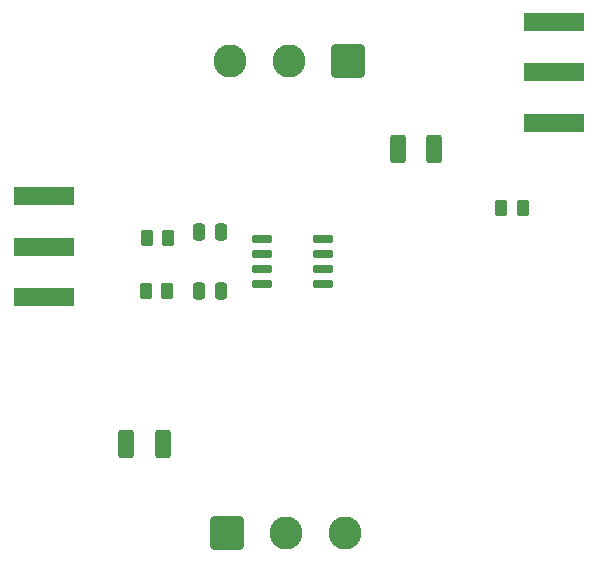
<source format=gbr>
%TF.GenerationSoftware,KiCad,Pcbnew,9.0.6*%
%TF.CreationDate,2025-12-13T21:20:45-05:00*%
%TF.ProjectId,OpAMP,4f70414d-502e-46b6-9963-61645f706362,rev?*%
%TF.SameCoordinates,Original*%
%TF.FileFunction,Soldermask,Top*%
%TF.FilePolarity,Negative*%
%FSLAX46Y46*%
G04 Gerber Fmt 4.6, Leading zero omitted, Abs format (unit mm)*
G04 Created by KiCad (PCBNEW 9.0.6) date 2025-12-13 21:20:45*
%MOMM*%
%LPD*%
G01*
G04 APERTURE LIST*
G04 Aperture macros list*
%AMRoundRect*
0 Rectangle with rounded corners*
0 $1 Rounding radius*
0 $2 $3 $4 $5 $6 $7 $8 $9 X,Y pos of 4 corners*
0 Add a 4 corners polygon primitive as box body*
4,1,4,$2,$3,$4,$5,$6,$7,$8,$9,$2,$3,0*
0 Add four circle primitives for the rounded corners*
1,1,$1+$1,$2,$3*
1,1,$1+$1,$4,$5*
1,1,$1+$1,$6,$7*
1,1,$1+$1,$8,$9*
0 Add four rect primitives between the rounded corners*
20,1,$1+$1,$2,$3,$4,$5,0*
20,1,$1+$1,$4,$5,$6,$7,0*
20,1,$1+$1,$6,$7,$8,$9,0*
20,1,$1+$1,$8,$9,$2,$3,0*%
G04 Aperture macros list end*
%ADD10RoundRect,0.250000X-0.250000X-0.475000X0.250000X-0.475000X0.250000X0.475000X-0.250000X0.475000X0*%
%ADD11R,5.080000X1.500000*%
%ADD12RoundRect,0.250000X-0.420000X-0.945000X0.420000X-0.945000X0.420000X0.945000X-0.420000X0.945000X0*%
%ADD13RoundRect,0.150000X-0.725000X-0.150000X0.725000X-0.150000X0.725000X0.150000X-0.725000X0.150000X0*%
%ADD14RoundRect,0.250000X-0.262500X-0.450000X0.262500X-0.450000X0.262500X0.450000X-0.262500X0.450000X0*%
%ADD15RoundRect,0.250001X1.149999X1.149999X-1.149999X1.149999X-1.149999X-1.149999X1.149999X-1.149999X0*%
%ADD16C,2.800000*%
%ADD17RoundRect,0.250001X-1.149999X-1.149999X1.149999X-1.149999X1.149999X1.149999X-1.149999X1.149999X0*%
G04 APERTURE END LIST*
D10*
%TO.C,C2*%
X132100000Y-82000000D03*
X134000000Y-82000000D03*
%TD*%
D11*
%TO.C,J2*%
X162137500Y-72750000D03*
X162137500Y-64250000D03*
X162137500Y-68500000D03*
%TD*%
D12*
%TO.C,C1*%
X125960000Y-100000000D03*
X129040000Y-100000000D03*
%TD*%
%TO.C,C4*%
X152040000Y-75000000D03*
X148960000Y-75000000D03*
%TD*%
D10*
%TO.C,C3*%
X134000000Y-87000000D03*
X132100000Y-87000000D03*
%TD*%
D13*
%TO.C,U1*%
X142575000Y-82595000D03*
X142575000Y-83865000D03*
X142575000Y-85135000D03*
X142575000Y-86405000D03*
X137425000Y-86405000D03*
X137425000Y-85135000D03*
X137425000Y-83865000D03*
X137425000Y-82595000D03*
%TD*%
D14*
%TO.C,R3*%
X157675000Y-80000000D03*
X159500000Y-80000000D03*
%TD*%
%TO.C,R2*%
X127587500Y-87000000D03*
X129412500Y-87000000D03*
%TD*%
%TO.C,R1*%
X127675000Y-82500000D03*
X129500000Y-82500000D03*
%TD*%
D15*
%TO.C,J4*%
X144750000Y-67500000D03*
D16*
X139750000Y-67500000D03*
X134750000Y-67500000D03*
%TD*%
D17*
%TO.C,J3*%
X134500000Y-107500000D03*
D16*
X139500000Y-107500000D03*
X144500000Y-107500000D03*
%TD*%
D11*
%TO.C,J1*%
X119000000Y-83250000D03*
X119000000Y-87500000D03*
X119000000Y-79000000D03*
%TD*%
M02*

</source>
